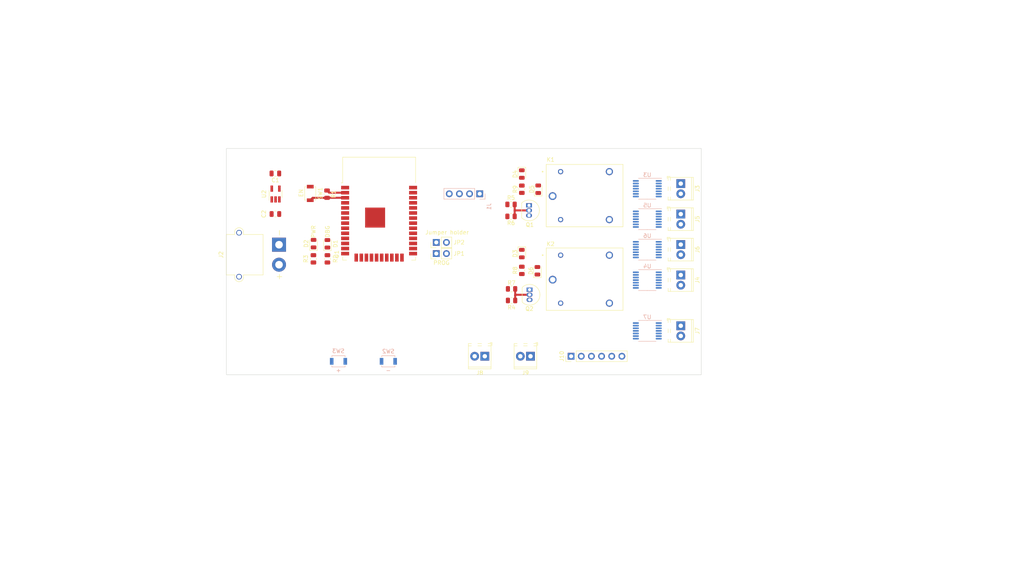
<source format=kicad_pcb>
(kicad_pcb (version 20211014) (generator pcbnew)
  (layers (0 "F.Cu" signal) (31 "B.Cu" signal) (34 "B.Paste" user) (35 "F.Paste" user) (36 "B.SilkS" user "B.Silkscreen") (37 "F.SilkS" user "F.Silkscreen") (38 "B.Mask" user) (39 "F.Mask" user) (44 "Edge.Cuts" user))
  (net 0 "")
  (net 1 "GND")
  (net 2 "+3V3")
  (net 13 "LED1")
  (net 14 "+3.3V")
  (net 15 "button-")
  (net 16 "button+")
  (net 19 "ESP32_RX")
  (net 20 "ESP32_TX")
  (net 22 "+12V")
  (net 23 "Earth")
  (net 24 "/Controller/EN")
  (net 25 "Net-(JP1-Pad1)")
  (net 26 "Net-(D1-Pad1)")
  (net 27 "Net-(D2-Pad1)")
  (net 28 "Net-(D3-Pad1)")
  (net 29 "Net-(D3-Pad2)")
  (net 30 "Net-(D4-Pad1)")
  (net 31 "Net-(D4-Pad2)")
  (net 34 "Relay1_conn")
  (net 35 "Relay2_conn")
  (net 36 "Relay2_CTRL")
  (net 37 "Relay1_CTRL")
  (net 38 "Relay2")
  (net 39 "Relay1")
  (net 40 "SDA")
  (net 41 "SCL")
  (net 42 "Net-(Q1-Pad2)")
  (net 43 "Net-(Q2-Pad2)")
  (net 52 "tank_thc_1+")
  (net 53 "thc1_cs")
  (net 54 "sck")
  (net 55 "miso")
  (net 56 "mosi")
  (net 58 "tank_thc_2+")
  (net 61 "thc2_cs")
  (net 63 "tank_thc_3+")
  (net 66 "thc3_cs")
  (net 68 "tank_thc_4+")
  (net 71 "thc4_cs")
  (net 73 "tank_thc_1-")
  (net 74 "tank_thc_2-")
  (net 75 "tank_thc_3-")
  (net 76 "tank_thc_4-")
  (net 77 "water_thc+")
  (net 78 "water_thc-")
  (net 81 "thc_water_cs")
  (net 83 "ext_cs")
  (footprint "Resistor_SMD:R_0805_2012Metric" (layer "F.Cu") (at 151.5 64.9 90)
    (fp_text reference "R9" (at 0 -1.65 90) (layer "F.SilkS"))
    (fp_text value "1k")
    (pad "1" smd roundrect (at -0.9125 0 90) (size 1.025 1.4) (layers "F.Cu" "F.Paste" "F.Mask") (roundrect_rratio 0.243902) (net 2 "+3V3"))
    (pad "2" smd roundrect (at 0.9125 0 90) (size 1.025 1.4) (layers "F.Cu" "F.Paste" "F.Mask") (roundrect_rratio 0.243902) (net 31 "Net-(D4-Pad2)"))
  )
  (footprint "Capacitor_SMD:C_0805_2012Metric" (layer "F.Cu") (at 89.85 60.96 180)
    (fp_text reference "C1" (at 0 -1.68) (layer "F.SilkS"))
    (fp_text value "C")
    (pad "1" smd roundrect (at -0.95 0 180) (size 1 1.45) (layers "F.Cu" "F.Paste" "F.Mask") (net 22 "+12V"))
    (pad "2" smd roundrect (at 0.95 0 180) (size 1 1.45) (layers "F.Cu" "F.Paste" "F.Mask") (net 1 "GND"))
  )
  (footprint "TerminalBlock_Phoenix:TerminalBlock_Phoenix_MPT-0,5-2-2.54_1x02_P2.54mm_Horizontal" (layer "F.Cu") (at 191.262 63.5 -90)
    (fp_text reference "J3" (at 1.27 -4.16 90) (layer "F.SilkS"))
    (fp_text value "Screw_Terminal_01x02")
    (pad "" np_thru_hole circle (at 0 2.54 270) (size 1.1 1.1) (drill 1.1) (layers *.Cu *.Mask))
    (pad "" np_thru_hole circle (at 2.54 2.54 270) (size 1.1 1.1) (drill 1.1) (layers *.Cu *.Mask))
    (pad "1" thru_hole rect (at 0 0 270) (size 2.2 2.2) (drill 1.1) (layers *.Cu *.Mask) (net 73 "tank_thc_1-"))
    (pad "2" thru_hole circle (at 2.54 0 270) (size 2.2 2.2) (drill 1.1) (layers *.Cu *.Mask) (net 52 "tank_thc_1+"))
  )
  (footprint "Resistor_SMD:R_0805_2012Metric" (layer "F.Cu") (at 148.935 89.83 180)
    (fp_text reference "R7" (at 0 1.5) (layer "F.SilkS"))
    (fp_text value "10k")
    (pad "1" smd roundrect (at -0.9125 0 180) (size 1.025 1.4) (layers "F.Cu" "F.Paste" "F.Mask") (roundrect_rratio 0.243902) (net 43 "Net-(Q2-Pad2)"))
    (pad "2" smd roundrect (at 0.9125 0 180) (size 1.025 1.4) (layers "F.Cu" "F.Paste" "F.Mask") (roundrect_rratio 0.243902) (net 1 "GND"))
  )
  (footprint "Resistor_SMD:R_0805_2012Metric" (layer "F.Cu") (at 99.37 82.3125 -90)
    (fp_text reference "R3" (at 0 1.9 90) (layer "F.SilkS"))
    (fp_text value "1k")
    (pad "1" smd roundrect (at -0.9125 0 270) (size 1.025 1.4) (layers "F.Cu" "F.Paste" "F.Mask") (roundrect_rratio 0.243902) (net 27 "Net-(D2-Pad1)"))
    (pad "2" smd roundrect (at 0.9125 0 270) (size 1.025 1.4) (layers "F.Cu" "F.Paste" "F.Mask") (roundrect_rratio 0.243902) (net 1 "GND"))
  )
  (footprint "SRD-12VDC-SL-C:RELAY_SRD-12VDC-SL-C" (layer "F.Cu") (at 167.3125 87.4)
    (fp_text reference "K2" (at -8.6125 -8.8) (layer "F.SilkS"))
    (fp_text value "SRD-12VDC-SL-C")
    (pad "COIL1" thru_hole circle locked (at -6.1 -6) (size 1.308 1.308) (drill 0.8) (layers *.Cu *.Mask) (net 22 "+12V"))
    (pad "COIL2" thru_hole circle locked (at -6.1 6) (size 1.308 1.308) (drill 0.8) (layers *.Cu *.Mask) (net 30 "Net-(D4-Pad1)"))
    (pad "COM" thru_hole circle locked (at -8.1 0.12) (size 1.95 1.95) (drill 1.3) (layers *.Cu *.Mask) (net 35 "Relay2_conn"))
    (pad "NC" thru_hole circle locked (at 6.1 -6) (size 1.8 1.8) (drill 1.2) (layers *.Cu *.Mask))
    (pad "NO" thru_hole circle locked (at 6.1 6) (size 1.8 1.8) (drill 1.2) (layers *.Cu *.Mask) (net 22 "+12V"))
  )
  (footprint "TerminalBlock_Phoenix:TerminalBlock_Phoenix_MPT-0,5-2-2.54_1x02_P2.54mm_Horizontal" (layer "F.Cu") (at 191.262 78.74 -90)
    (fp_text reference "J6" (at 1.27 -4.16 90) (layer "F.SilkS"))
    (fp_text value "Screw_Terminal_01x02")
    (pad "" np_thru_hole circle (at 0 2.54 270) (size 1.1 1.1) (drill 1.1) (layers *.Cu *.Mask))
    (pad "" np_thru_hole circle (at 2.54 2.54 270) (size 1.1 1.1) (drill 1.1) (layers *.Cu *.Mask))
    (pad "1" thru_hole rect (at 0 0 270) (size 2.2 2.2) (drill 1.1) (layers *.Cu *.Mask) (net 76 "tank_thc_4-"))
    (pad "2" thru_hole circle (at 2.54 0 270) (size 2.2 2.2) (drill 1.1) (layers *.Cu *.Mask) (net 68 "tank_thc_4+"))
  )
  (footprint "Connector_PinHeader_2.54mm:PinHeader_1x06_P2.54mm_Vertical" (layer "F.Cu") (at 163.83 106.68 90)
    (fp_text reference "J10" (at 0 -2.33 90) (layer "F.SilkS"))
    (fp_text value "Conn_01x06_Female")
    (pad "1" thru_hole rect (at 0 0 90) (size 1.7 1.7) (drill 1) (layers *.Cu *.Mask) (net 14 "+3.3V"))
    (pad "2" thru_hole oval (at 0 2.54 90) (size 1.7 1.7) (drill 1) (layers *.Cu *.Mask) (net 56 "mosi"))
    (pad "3" thru_hole oval (at 0 5.08 90) (size 1.7 1.7) (drill 1) (layers *.Cu *.Mask) (net 55 "miso"))
    (pad "4" thru_hole oval (at 0 7.62 90) (size 1.7 1.7) (drill 1) (layers *.Cu *.Mask) (net 54 "sck"))
    (pad "5" thru_hole oval (at 0 10.16 90) (size 1.7 1.7) (drill 1) (layers *.Cu *.Mask) (net 83 "ext_cs"))
    (pad "6" thru_hole oval (at 0 12.7 90) (size 1.7 1.7) (drill 1) (layers *.Cu *.Mask) (net 23 "Earth"))
  )
  (footprint "Package_TO_SOT_SMD:SOT-23-5_HandSoldering" (layer "F.Cu") (at 89.9 66.1 90)
    (fp_text reference "U2" (at 0 -2.9 90) (layer "F.SilkS"))
    (fp_text value "TLV76733DRVx")
    (pad "1" smd rect (at -1.35 -0.95 90) (size 1.56 0.65) (layers "F.Cu" "F.Paste" "F.Mask") (net 2 "+3V3"))
    (pad "2" smd rect (at -1.35 0 90) (size 1.56 0.65) (layers "F.Cu" "F.Paste" "F.Mask") (net 2 "+3V3"))
    (pad "3" smd rect (at -1.35 0.95 90) (size 1.56 0.65) (layers "F.Cu" "F.Paste" "F.Mask") (net 1 "GND"))
    (pad "4" smd rect (at 1.35 0.95 90) (size 1.56 0.65) (layers "F.Cu" "F.Paste" "F.Mask") (net 22 "+12V"))
    (pad "5" smd rect (at 1.35 -0.95 90) (size 1.56 0.65) (layers "F.Cu" "F.Paste" "F.Mask") (net 1 "GND"))
  )
  (footprint "Resistor_SMD:R_0805_2012Metric" (layer "F.Cu") (at 102.775 66.1375 -90)
    (fp_text reference "R1" (at 0 -1.65 90) (layer "F.SilkS"))
    (fp_text value "10k")
    (pad "1" smd roundrect (at -0.9125 0 270) (size 1.025 1.4) (layers "F.Cu" "F.Paste" "F.Mask") (roundrect_rratio 0.243902) (net 2 "+3V3"))
    (pad "2" smd roundrect (at 0.9125 0 270) (size 1.025 1.4) (layers "F.Cu" "F.Paste" "F.Mask") (roundrect_rratio 0.243902) (net 24 "/Controller/EN"))
  )
  (footprint "SRD-12VDC-SL-C:RELAY_SRD-12VDC-SL-C" (layer "F.Cu") (at 167.3 66.5)
    (fp_text reference "K1" (at -8.6 -9) (layer "F.SilkS"))
    (fp_text value "SRD-12VDC-SL-C")
    (pad "COIL1" thru_hole circle locked (at -6.1 -6) (size 1.308 1.308) (drill 0.8) (layers *.Cu *.Mask) (net 22 "+12V"))
    (pad "COIL2" thru_hole circle locked (at -6.1 6) (size 1.308 1.308) (drill 0.8) (layers *.Cu *.Mask) (net 28 "Net-(D3-Pad1)"))
    (pad "COM" thru_hole circle locked (at -8.1 0.12) (size 1.95 1.95) (drill 1.3) (layers *.Cu *.Mask) (net 34 "Relay1_conn"))
    (pad "NC" thru_hole circle locked (at 6.1 -6) (size 1.8 1.8) (drill 1.2) (layers *.Cu *.Mask))
    (pad "NO" thru_hole circle locked (at 6.1 6) (size 1.8 1.8) (drill 1.2) (layers *.Cu *.Mask) (net 22 "+12V"))
  )
  (footprint "TerminalBlock_Phoenix:TerminalBlock_Phoenix_MPT-0,5-2-2.54_1x02_P2.54mm_Horizontal" (layer "F.Cu") (at 191.262 71.12 -90)
    (fp_text reference "J5" (at 1.27 -4.16 90) (layer "F.SilkS"))
    (fp_text value "Screw_Terminal_01x02")
    (pad "" np_thru_hole circle (at 0 2.54 270) (size 1.1 1.1) (drill 1.1) (layers *.Cu *.Mask))
    (pad "" np_thru_hole circle (at 2.54 2.54 270) (size 1.1 1.1) (drill 1.1) (layers *.Cu *.Mask))
    (pad "1" thru_hole rect (at 0 0 270) (size 2.2 2.2) (drill 1.1) (layers *.Cu *.Mask) (net 75 "tank_thc_3-"))
    (pad "2" thru_hole circle (at 2.54 0 270) (size 2.2 2.2) (drill 1.1) (layers *.Cu *.Mask) (net 63 "tank_thc_3+"))
  )
  (footprint "TerminalBlock_Phoenix:TerminalBlock_Phoenix_MPT-0,5-2-2.54_1x02_P2.54mm_Horizontal" (layer "F.Cu") (at 142.24 106.68 180)
    (fp_text reference "J8" (at 1.27 -4.16) (layer "F.SilkS"))
    (fp_text value "Screw_Terminal_01x02")
    (pad "" np_thru_hole circle (at 2.54 2.54 180) (size 1.1 1.1) (drill 1.1) (layers *.Cu *.Mask))
    (pad "" np_thru_hole circle (at 0 2.54 180) (size 1.1 1.1) (drill 1.1) (layers *.Cu *.Mask))
    (pad "1" thru_hole rect (at 0 0 180) (size 2.2 2.2) (drill 1.1) (layers *.Cu *.Mask) (net 34 "Relay1_conn"))
    (pad "2" thru_hole circle (at 2.54 0 180) (size 2.2 2.2) (drill 1.1) (layers *.Cu *.Mask) (net 1 "GND"))
  )
  (footprint "Resistor_SMD:R_0805_2012Metric" (layer "F.Cu") (at 148.8 71.7 180)
    (fp_text reference "R6" (at 0 -1.65) (layer "F.SilkS"))
    (fp_text value "10k")
    (pad "1" smd roundrect (at -0.9125 0 180) (size 1.025 1.4) (layers "F.Cu" "F.Paste" "F.Mask") (roundrect_rratio 0.243902) (net 42 "Net-(Q1-Pad2)"))
    (pad "2" smd roundrect (at 0.9125 0 180) (size 1.025 1.4) (layers "F.Cu" "F.Paste" "F.Mask") (roundrect_rratio 0.243902) (net 1 "GND"))
  )
  (footprint "Connector_PinHeader_2.54mm:PinHeader_1x02_P2.54mm_Vertical" (layer "F.Cu") (at 130.1 78.2 90)
    (fp_text reference "JP2" (at 0 5.7) (layer "F.SilkS"))
    (fp_text value "Jumper_2_Open")
    (fp_text user "Jumper holder" (at 2.5 2.7 unlocked) (layer "F.SilkS"))
    (pad "1" thru_hole rect (at 0 0 90) (size 1.7 1.7) (drill 1) (layers *.Cu *.Mask))
    (pad "2" thru_hole oval (at 0 2.54 90) (size 1.7 1.7) (drill 1) (layers *.Cu *.Mask))
  )
  (footprint "Resistor_SMD:R_0805_2012Metric" (layer "F.Cu") (at 102.87 82.3125 -90)
    (fp_text reference "R2" (at 0 -2 90) (layer "F.SilkS"))
    (fp_text value "1k")
    (pad "1" smd roundrect (at -0.9125 0 270) (size 1.025 1.4) (layers "F.Cu" "F.Paste" "F.Mask") (roundrect_rratio 0.243902) (net 26 "Net-(D1-Pad1)"))
    (pad "2" smd roundrect (at 0.9125 0 270) (size 1.025 1.4) (layers "F.Cu" "F.Paste" "F.Mask") (roundrect_rratio 0.243902) (net 1 "GND"))
  )
  (footprint "LED_SMD:LED_0805_2012Metric" (layer "F.Cu") (at 151.5 61.1 -90)
    (fp_text reference "D4" (at 0 1.7 90) (layer "F.SilkS"))
    (fp_text value "LED")
    (pad "1" smd roundrect (at -0.9375 0 270) (size 0.975 1.4) (layers "F.Cu" "F.Paste" "F.Mask") (net 30 "Net-(D4-Pad1)"))
    (pad "2" smd roundrect (at 0.9375 0 270) (size 0.975 1.4) (layers "F.Cu" "F.Paste" "F.Mask") (net 31 "Net-(D4-Pad2)"))
  )
  (footprint "Connector_AMASS:AMASS_XT30PW-M_1x02_P2.50mm_Horizontal" (layer "F.Cu") (at 90.765 78.78 90)
    (fp_text reference "J2" (at -2.5 -14.5 90) (layer "F.SilkS"))
    (fp_text value "Jack-DC")
    (fp_text user "-" (at 3 0 90) (layer "F.SilkS") (effects (font (size 1.5 1.5))))
    (fp_text user "+" (at -8 0 90) (layer "F.SilkS") (effects (font (size 1.5 1.5))))
    (pad "" thru_hole circle (at 3 -10 90) (size 1.4 1.4) (drill 1) (layers *.Cu *.Mask))
    (pad "" thru_hole circle (at -8 -10 90) (size 1.4 1.4) (drill 1) (layers *.Cu *.Mask))
    (pad "1" thru_hole rect (at 0 0 90) (size 3.5 3.5) (drill 1.9) (layers *.Cu *.Mask) (net 1 "GND"))
    (pad "2" thru_hole circle (at -5 0 90) (size 3.5 3.5) (drill 1.9) (layers *.Cu *.Mask) (net 22 "+12V"))
  )
  (footprint "TerminalBlock_Phoenix:TerminalBlock_Phoenix_MPT-0,5-2-2.54_1x02_P2.54mm_Horizontal" (layer "F.Cu") (at 191.262 86.36 -90)
    (fp_text reference "J4" (at 1.27 -4.16 90) (layer "F.SilkS"))
    (fp_text value "Screw_Terminal_01x02")
    (pad "" np_thru_hole circle (at 2.54 2.54 270) (size 1.1 1.1) (drill 1.1) (layers *.Cu *.Mask))
    (pad "" np_thru_hole circle (at 0 2.54 270) (size 1.1 1.1) (drill 1.1) (layers *.Cu *.Mask))
    (pad "1" thru_hole rect (at 0 0 270) (size 2.2 2.2) (drill 1.1) (layers *.Cu *.Mask) (net 74 "tank_thc_2-"))
    (pad "2" thru_hole circle (at 2.54 0 270) (size 2.2 2.2) (drill 1.1) (layers *.Cu *.Mask) (net 58 "tank_thc_2+"))
  )
  (footprint "Diode_SMD:D_0805_2012Metric" (layer "F.Cu") (at 155.6 64.9 90)
    (fp_text reference "D5" (at 0 -1.65 90) (layer "F.SilkS"))
    (fp_text value "DIODE")
    (pad "1" smd roundrect (at -0.9375 0 90) (size 0.975 1.4) (layers "F.Cu" "F.Paste" "F.Mask") (net 28 "Net-(D3-Pad1)"))
    (pad "2" smd roundrect (at 0.9375 0 90) (size 0.975 1.4) (layers "F.Cu" "F.Paste" "F.Mask") (net 22 "+12V"))
  )
  (footprint "Button_Switch_SMD:SW_SPST_B3U-1000P" (layer "F.Cu") (at 98.575 65.95 -90)
    (fp_text reference "SW1" (at 0 -2.5 90) (layer "F.SilkS"))
    (fp_text value "SW_Push")
    (fp_text user "EN" (at -0.1 2.3 90 unlocked) (layer "F.SilkS"))
    (pad "1" smd rect (at -1.7 0 270) (size 0.9 1.7) (layers "F.Cu" "F.Paste" "F.Mask") (net 1 "GND"))
    (pad "2" smd rect (at 1.7 0 270) (size 0.9 1.7) (layers "F.Cu" "F.Paste" "F.Mask") (net 24 "/Controller/EN"))
  )
  (footprint "Connector_PinHeader_2.54mm:PinHeader_1x02_P2.54mm_Vertical" (layer "F.Cu") (at 130.1 81 90)
    (fp_text reference "JP1" (at 0 5.7) (layer "F.SilkS"))
    (fp_text value "Jumper_2_Open")
    (fp_text user "PROG" (at -2.3 1.3 unlocked) (layer "F.SilkS"))
    (pad "1" thru_hole rect (at 0 0 90) (size 1.7 1.7) (drill 1) (layers *.Cu *.Mask) (net 25 "Net-(JP1-Pad1)"))
    (pad "2" thru_hole oval (at 0 2.54 90) (size 1.7 1.7) (drill 1) (layers *.Cu *.Mask) (net 1 "GND"))
  )
  (footprint "Capacitor_SMD:C_0805_2012Metric" (layer "F.Cu") (at 89.86 71.1)
    (fp_text reference "C2" (at -2.9 0 90) (layer "F.SilkS"))
    (fp_text value "C")
    (pad "1" smd roundrect (at -0.95 0) (size 1 1.45) (layers "F.Cu" "F.Paste" "F.Mask") (net 2 "+3V3"))
    (pad "2" smd roundrect (at 0.95 0) (size 1 1.45) (layers "F.Cu" "F.Paste" "F.Mask") (net 1 "GND"))
  )
  (footprint "LED_SMD:LED_0805_2012Metric" (layer "F.Cu") (at 102.87 78.55 90)
    (fp_text reference "D1" (at 0 2 90) (layer "F.SilkS"))
    (fp_text value "LED")
    (fp_text user "DBG" (at 3.05 0.025 90 unlocked) (layer "F.SilkS"))
    (pad "1" smd roundrect (at -0.9375 0 90) (size 0.975 1.4) (layers "F.Cu" "F.Paste" "F.Mask") (net 26 "Net-(D1-Pad1)"))
    (pad "2" smd roundrect (at 0.9375 0 90) (size 0.975 1.4) (layers "F.Cu" "F.Paste" "F.Mask") (net 13 "LED1"))
  )
  (footprint "Package_TO_SOT_THT:TO-92_Inline" (layer "F.Cu") (at 153.435 90.03 -90)
    (fp_text reference "Q2" (at 4.77 0.035 180) (layer "F.SilkS"))
    (fp_text value "BC547")
    (pad "1" thru_hole rect (at 0 0 270) (size 1.05 1.5) (drill 0.75) (layers *.Cu *.Mask) (net 30 "Net-(D4-Pad1)"))
    (pad "2" thru_hole oval (at 1.27 0 270) (size 1.05 1.5) (drill 0.75) (layers *.Cu *.Mask) (net 43 "Net-(Q2-Pad2)"))
    (pad "3" thru_hole oval (at 2.54 0 270) (size 1.05 1.5) (drill 0.75) (layers *.Cu *.Mask) (net 1 "GND"))
  )
  (footprint "RF_Module:ESP32-WROOM-32" (layer "F.Cu") (at 115.8 72.75)
    (fp_text reference "U1" (at -10.61 8.43 90) (layer "F.SilkS"))
    (fp_text value "ESP32-WROOM-32")
    (pad "1" smd rect (at -8.5 -8.255) (size 2 0.9) (layers "F.Cu" "F.Paste" "F.Mask") (net 1 "GND"))
    (pad "2" smd rect (at -8.5 -6.985) (size 2 0.9) (layers "F.Cu" "F.Paste" "F.Mask") (net 2 "+3V3"))
    (pad "3" smd rect (at -8.5 -5.715) (size 2 0.9) (layers "F.Cu" "F.Paste" "F.Mask") (net 24 "/Controller/EN"))
    (pad "4" smd rect (at -8.5 -4.445) (size 2 0.9) (layers "F.Cu" "F.Paste" "F.Mask"))
    (pad "5" smd rect (at -8.5 -3.175) (size 2 0.9) (layers "F.Cu" "F.Paste" "F.Mask"))
    (pad "6" smd rect (at -8.5 -1.905) (size 2 0.9) (layers "F.Cu" "F.Paste" "F.Mask"))
    (pad "7" smd rect (at -8.5 -0.635) (size 2 0.9) (layers "F.Cu" "F.Paste" "F.Mask"))
    (pad "8" smd rect (at -8.5 0.635) (size 2 0.9) (layers "F.Cu" "F.Paste" "F.Mask") (net 81 "thc_water_cs"))
    (pad "9" smd rect (at -8.5 1.905) (size 2 0.9) (layers "F.Cu" "F.Paste" "F.Mask") (net 13 "LED1"))
    (pad "10" smd rect (at -8.5 3.175) (size 2 0.9) (layers "F.Cu" "F.Paste" "F.Mask") (net 15 "button-"))
    (pad "11" smd rect (at -8.5 4.445) (size 2 0.9) (layers "F.Cu" "F.Paste" "F.Mask") (net 16 "button+"))
    (pad "12" smd rect (at -8.5 5.715) (size 2 0.9) (layers "F.Cu" "F.Paste" "F.Mask"))
    (pad "13" smd rect (at -8.5 6.985) (size 2 0.9) (layers "F.Cu" "F.Paste" "F.Mask") (net 38 "Relay2"))
    (pad "14" smd rect (at -8.5 8.255) (size 2 0.9) (layers "F.Cu" "F.Paste" "F.Mask"))
    (pad "15" smd rect (at -5.715 9.255 90) (size 2 0.9) (layers "F.Cu" "F.Paste" "F.Mask") (net 1 "GND"))
    (pad "16" smd rect (at -4.445 9.255 90) (size 2 0.9) (layers "F.Cu" "F.Paste" "F.Mask") (net 39 "Relay1"))
    (pad "17" smd rect (at -3.175 9.255 90) (size 2 0.9) (layers "F.Cu" "F.Paste" "F.Mask"))
    (pad "18" smd rect (at -1.905 9.255 90) (size 2 0.9) (layers "F.Cu" "F.Paste" "F.Mask"))
    (pad "19" smd rect (at -0.635 9.255 90) (size 2 0.9) (layers "F.Cu" "F.Paste" "F.Mask"))
    (pad "20" smd rect (at 0.635 9.255 90) (size 2 0.9) (layers "F.Cu" "F.Paste" "F.Mask"))
    (pad "21" smd rect (at 1.905 9.255 90) (size 2 0.9) (layers "F.Cu" "F.Paste" "F.Mask"))
    (pad "22" smd rect (at 3.175 9.255 90) (size 2 0.9) (layers "F.Cu" "F.Paste" "F.Mask"))
    (pad "23" smd rect (at 4.445 9.255 90) (size 2 0.9) (layers "F.Cu" "F.Paste" "F.Mask"))
    (pad "24" smd rect (at 5.715 9.255 90) (size 2 0.9) (layers "F.Cu" "F.Paste" "F.Mask"))
    (pad "25" smd rect (at 8.5 8.255) (size 2 0.9) (layers "F.Cu" "F.Paste" "F.Mask") (net 25 "Net-(JP1-Pad1)"))
    (pad "26" smd rect (at 8.5 6.985) (size 2 0.9) (layers "F.Cu" "F.Paste" "F.Mask") (net 53 "thc1_cs"))
    (pad "27" smd rect (at 8.5 5.715) (size 2 0.9) (layers "F.Cu" "F.Paste" "F.Mask") (net 61 "thc2_cs"))
    (pad "28" smd rect (at 8.5 4.445) (size 2 0.9) (layers "F.Cu" "F.Paste" "F.Mask") (net 66 "thc3_cs"))
    (pad "29" smd rect (at 8.5 3.175) (size 2 0.9) (layers "F.Cu" "F.Paste" "F.Mask") (net 71 "thc4_cs"))
    (pad "30" smd rect (at 8.5 1.905) (size 2 0.9) (layers "F.Cu" "F.Paste" "F.Mask") (net 54 "sck"))
    (pad "31" smd rect (at 8.5 0.635) (size 2 0.9) (layers "F.Cu" "F.Paste" "F.Mask") (net 55 "miso"))
    (pad "32" smd rect (at 8.5 -0.635) (size 2 0.9) (layers "F.Cu" "F.Paste" "F.Mask"))
    (pad "33" smd rect (at 8.5 -1.905) (size 2 0.9) (layers "F.Cu" "F.Paste" "F.Mask"))
    (pad "34" smd rect (at 8.5 -3.175) (size 2 0.9) (layers "F.Cu" "F.Paste" "F.Mask") (net 19 "ESP32_RX"))
    (pad "35" smd rect (at 8.5 -4.445) (size 2 0.9) (layers "F.Cu" "F.Paste" "F.Mask") (net 20 "ESP32_TX"))
    (pad "36" smd rect (at 8.5 -5.715) (size 2 0.9) (layers "F.Cu" "F.Paste" "F.Mask"))
    (pad "37" smd rect (at 8.5 -6.985) (size 2 0.9) (layers "F.Cu" "F.Paste" "F.Mask") (net 56 "mosi"))
    (pad "38" smd rect (at 8.5 -8.255) (size 2 0.9) (layers "F.Cu" "F.Paste" "F.Mask") (net 1 "GND"))
    (pad "39" smd rect (at -1 -0.755) (size 5 5) (layers "F.Cu" "F.Paste" "F.Mask") (net 1 "GND"))
  )
  (footprint "TerminalBlock_Phoenix:TerminalBlock_Phoenix_MPT-0,5-2-2.54_1x02_P2.54mm_Horizontal" (layer "F.Cu") (at 191.262 99.06 -90)
    (fp_text reference "J7" (at 1.27 -4.16 90) (layer "F.SilkS"))
    (fp_text value "Screw_Terminal_01x02")
    (pad "" np_thru_hole circle (at 2.54 2.54 270) (size 1.1 1.1) (drill 1.1) (layers *.Cu *.Mask))
    (pad "" np_thru_hole circle (at 0 2.54 270) (size 1.1 1.1) (drill 1.1) (layers *.Cu *.Mask))
    (pad "1" thru_hole rect (at 0 0 270) (size 2.2 2.2) (drill 1.1) (layers *.Cu *.Mask) (net 78 "water_thc-"))
    (pad "2" thru_hole circle (at 2.54 0 270) (size 2.2 2.2) (drill 1.1) (layers *.Cu *.Mask) (net 77 "water_thc+"))
  )
  (footprint "LED_SMD:LED_0805_2012Metric" (layer "F.Cu") (at 151.5 81 -90)
    (fp_text reference "D3" (at 0 1.7 90) (layer "F.SilkS"))
    (fp_text value "LED")
    (pad "1" smd roundrect (at -0.9375 0 270) (size 0.975 1.4) (layers "F.Cu" "F.Paste" "F.Mask") (net 28 "Net-(D3-Pad1)"))
    (pad "2" smd roundrect (at 0.9375 0 270) (size 0.975 1.4) (layers "F.Cu" "F.Paste" "F.Mask") (net 29 "Net-(D3-Pad2)"))
  )
  (footprint "Package_TO_SOT_THT:TO-92_Inline" (layer "F.Cu") (at 153.3 68.93 -90)
    (fp_text reference "Q1" (at 4.87 -0.2 180) (layer "F.SilkS"))
    (fp_text value "BC547")
    (pad "1" thru_hole rect (at 0 0 270) (size 1.05 1.5) (drill 0.75) (layers *.Cu *.Mask) (net 28 "Net-(D3-Pad1)"))
    (pad "2" thru_hole oval (at 1.27 0 270) (size 1.05 1.5) (drill 0.75) (layers *.Cu *.Mask) (net 42 "Net-(Q1-Pad2)"))
    (pad "3" thru_hole oval (at 2.54 0 270) (size 1.05 1.5) (drill 0.75) (layers *.Cu *.Mask) (net 1 "GND"))
  )
  (footprint "Diode_SMD:D_0805_2012Metric" (layer "F.Cu") (at 155.4 85.3 90)
    (fp_text reference "D6" (at 0 -1.65 90) (layer "F.SilkS"))
    (fp_text value "DIODE")
    (pad "1" smd roundrect (at -0.9375 0 90) (size 0.975 1.4) (layers "F.Cu" "F.Paste" "F.Mask") (net 30 "Net-(D4-Pad1)"))
    (pad "2" smd roundrect (at 0.9375 0 90) (size 0.975 1.4) (layers "F.Cu" "F.Paste" "F.Mask") (net 22 "+12V"))
  )
  (footprint "Resistor_SMD:R_0805_2012Metric" (layer "F.Cu") (at 151.5 85.2 90)
    (fp_text reference "R8" (at 0 -1.65 90) (layer "F.SilkS"))
    (fp_text value "1k")
    (pad "1" smd roundrect (at -0.9125 0 90) (size 1.025 1.4) (layers "F.Cu" "F.Paste" "F.Mask") (roundrect_rratio 0.243902) (net 2 "+3V3"))
    (pad "2" smd roundrect (at 0.9125 0 90) (size 1.025 1.4) (layers "F.Cu" "F.Paste" "F.Mask") (roundrect_rratio 0.243902) (net 29 "Net-(D3-Pad2)"))
  )
  (footprint "Resistor_SMD:R_0805_2012Metric" (layer "F.Cu") (at 148.8 68.7)
    (fp_text reference "R5" (at 0 -1.65) (layer "F.SilkS"))
    (fp_text value "1k")
    (pad "1" smd roundrect (at -0.9125 0) (size 1.025 1.4) (layers "F.Cu" "F.Paste" "F.Mask") (roundrect_rratio 0.243902) (net 37 "Relay1_CTRL"))
    (pad "2" smd roundrect (at 0.9125 0) (size 1.025 1.4) (layers "F.Cu" "F.Paste" "F.Mask") (roundrect_rratio 0.243902) (net 42 "Net-(Q1-Pad2)"))
  )
  (footprint "Resistor_SMD:R_0805_2012Metric" (layer "F.Cu") (at 148.935 92.73)
    (fp_text reference "R4" (at 0 1.74) (layer "F.SilkS"))
    (fp_text value "1k")
    (pad "1" smd roundrect (at -0.9125 0) (size 1.025 1.4) (layers "F.Cu" "F.Paste" "F.Mask") (roundrect_rratio 0.243902) (net 36 "Relay2_CTRL"))
    (pad "2" smd roundrect (at 0.9125 0) (size 1.025 1.4) (layers "F.Cu" "F.Paste" "F.Mask") (roundrect_rratio 0.243902) (net 43 "Net-(Q2-Pad2)"))
  )
  (footprint "TerminalBlock_Phoenix:TerminalBlock_Phoenix_MPT-0,5-2-2.54_1x02_P2.54mm_Horizontal" (layer "F.Cu") (at 153.67 106.68 180)
    (fp_text reference "J9" (at 1.27 -4.16) (layer "F.SilkS"))
    (fp_text value "Screw_Terminal_01x02")
    (pad "" np_thru_hole circle (at 0 2.54 180) (size 1.1 1.1) (drill 1.1) (layers *.Cu *.Mask))
    (pad "" np_thru_hole circle (at 2.54 2.54 180) (size 1.1 1.1) (drill 1.1) (layers *.Cu *.Mask))
    (pad "1" thru_hole rect (at 0 0 180) (size 2.2 2.2) (drill 1.1) (layers *.Cu *.Mask) (net 35 "Relay2_conn"))
    (pad "2" thru_hole circle (at 2.54 0 180) (size 2.2 2.2) (drill 1.1) (layers *.Cu *.Mask) (net 1 "GND"))
  )
  (footprint "LED_SMD:LED_0805_2012Metric" (layer "F.Cu") (at 99.4075 78.5125 90)
    (fp_text reference "D2" (at 0 -1.85 90) (layer "F.SilkS"))
    (fp_text value "LED")
    (fp_text user "PWR" (at 3.0125 -0.0125 90 unlocked) (layer "F.SilkS"))
    (pad "1" smd roundrect (at -0.9375 0 90) (size 0.975 1.4) (layers "F.Cu" "F.Paste" "F.Mask") (net 27 "Net-(D2-Pad1)"))
    (pad "2" smd roundrect (at 0.9375 0 90) (size 0.975 1.4) (layers "F.Cu" "F.Paste" "F.Mask") (net 2 "+3V3"))
  )
  (footprint "Package_SO:TSSOP-14_4.4x5mm_P0.65mm" (layer "B.Cu") (at 182.88 87.63 180)
    (fp_text reference "U4" (at 0 3.45) (layer "B.SilkS") (effects (justify mirror)))
    (fp_text value "MAX31856")
    (pad "1" smd roundrect (at -2.8625 1.95 180) (size 1.475 0.4) (layers "B.Cu" "B.Paste" "B.Mask") (net 23 "Earth"))
    (pad "2" smd roundrect (at -2.8625 1.3 180) (size 1.475 0.4) (layers "B.Cu" "B.Paste" "B.Mask") (net 23 "Earth"))
    (pad "3" smd roundrect (at -2.8625 0.65 180) (size 1.475 0.4) (layers "B.Cu" "B.Paste" "B.Mask") (net 74 "tank_thc_2-"))
    (pad "4" smd roundrect (at -2.8625 0 180) (size 1.475 0.4) (layers "B.Cu" "B.Paste" "B.Mask") (net 58 "tank_thc_2+"))
    (pad "5" smd roundrect (at -2.8625 -0.65 180) (size 1.475 0.4) (layers "B.Cu" "B.Paste" "B.Mask") (net 14 "+3.3V"))
    (pad "6" smd roundrect (at -2.8625 -1.3 180) (size 1.475 0.4) (layers "B.Cu" "B.Paste" "B.Mask"))
    (pad "7" smd roundrect (at -2.8625 -1.95 180) (size 1.475 0.4) (layers "B.Cu" "B.Paste" "B.Mask"))
    (pad "8" smd roundrect (at 2.8625 -1.95 180) (size 1.475 0.4) (layers "B.Cu" "B.Paste" "B.Mask") (net 14 "+3.3V"))
    (pad "9" smd roundrect (at 2.8625 -1.3 180) (size 1.475 0.4) (layers "B.Cu" "B.Paste" "B.Mask") (net 61 "thc2_cs"))
    (pad "10" smd roundrect (at 2.8625 -0.65 180) (size 1.475 0.4) (layers "B.Cu" "B.Paste" "B.Mask") (net 54 "sck"))
    (pad "11" smd roundrect (at 2.8625 0 180) (size 1.475 0.4) (layers "B.Cu" "B.Paste" "B.Mask") (net 55 "miso"))
    (pad "12" smd roundrect (at 2.8625 0.65 180) (size 1.475 0.4) (layers "B.Cu" "B.Paste" "B.Mask") (net 56 "mosi"))
    (pad "13" smd roundrect (at 2.8625 1.3 180) (size 1.475 0.4) (layers "B.Cu" "B.Paste" "B.Mask"))
    (pad "14" smd roundrect (at 2.8625 1.95 180) (size 1.475 0.4) (layers "B.Cu" "B.Paste" "B.Mask") (net 23 "Earth"))
  )
  (footprint "Package_SO:TSSOP-14_4.4x5mm_P0.65mm" (layer "B.Cu") (at 182.88 72.39 180)
    (fp_text reference "U5" (at 0 3.45) (layer "B.SilkS") (effects (justify mirror)))
    (fp_text value "MAX31856")
    (pad "1" smd roundrect (at -2.8625 1.95 180) (size 1.475 0.4) (layers "B.Cu" "B.Paste" "B.Mask") (net 23 "Earth"))
    (pad "2" smd roundrect (at -2.8625 1.3 180) (size 1.475 0.4) (layers "B.Cu" "B.Paste" "B.Mask") (net 23 "Earth"))
    (pad "3" smd roundrect (at -2.8625 0.65 180) (size 1.475 0.4) (layers "B.Cu" "B.Paste" "B.Mask") (net 75 "tank_thc_3-"))
    (pad "4" smd roundrect (at -2.8625 0 180) (size 1.475 0.4) (layers "B.Cu" "B.Paste" "B.Mask") (net 63 "tank_thc_3+"))
    (pad "5" smd roundrect (at -2.8625 -0.65 180) (size 1.475 0.4) (layers "B.Cu" "B.Paste" "B.Mask") (net 14 "+3.3V"))
    (pad "6" smd roundrect (at -2.8625 -1.3 180) (size 1.475 0.4) (layers "B.Cu" "B.Paste" "B.Mask"))
    (pad "7" smd roundrect (at -2.8625 -1.95 180) (size 1.475 0.4) (layers "B.Cu" "B.Paste" "B.Mask"))
    (pad "8" smd roundrect (at 2.8625 -1.95 180) (size 1.475 0.4) (layers "B.Cu" "B.Paste" "B.Mask") (net 14 "+3.3V"))
    (pad "9" smd roundrect (at 2.8625 -1.3 180) (size 1.475 0.4) (layers "B.Cu" "B.Paste" "B.Mask") (net 66 "thc3_cs"))
    (pad "10" smd roundrect (at 2.8625 -0.65 180) (size 1.475 0.4) (layers "B.Cu" "B.Paste" "B.Mask") (net 54 "sck"))
    (pad "11" smd roundrect (at 2.8625 0 180) (size 1.475 0.4) (layers "B.Cu" "B.Paste" "B.Mask") (net 55 "miso"))
    (pad "12" smd roundrect (at 2.8625 0.65 180) (size 1.475 0.4) (layers "B.Cu" "B.Paste" "B.Mask") (net 56 "mosi"))
    (pad "13" smd roundrect (at 2.8625 1.3 180) (size 1.475 0.4) (layers "B.Cu" "B.Paste" "B.Mask"))
    (pad "14" smd roundrect (at 2.8625 1.95 180) (size 1.475 0.4) (layers "B.Cu" "B.Paste" "B.Mask") (net 23 "Earth"))
  )
  (footprint "Package_SO:TSSOP-14_4.4x5mm_P0.65mm" (layer "B.Cu") (at 182.88 80.01 180)
    (fp_text reference "U6" (at 0 3.45) (layer "B.SilkS") (effects (justify mirror)))
    (fp_text value "MAX31856")
    (pad "1" smd roundrect (at -2.8625 1.95 180) (size 1.475 0.4) (layers "B.Cu" "B.Paste" "B.Mask") (net 23 "Earth"))
    (pad "2" smd roundrect (at -2.8625 1.3 180) (size 1.475 0.4) (layers "B.Cu" "B.Paste" "B.Mask") (net 23 "Earth"))
    (pad "3" smd roundrect (at -2.8625 0.65 180) (size 1.475 0.4) (layers "B.Cu" "B.Paste" "B.Mask") (net 76 "tank_thc_4-"))
    (pad "4" smd roundrect (at -2.8625 0 180) (size 1.475 0.4) (layers "B.Cu" "B.Paste" "B.Mask") (net 68 "tank_thc_4+"))
    (pad "5" smd roundrect (at -2.8625 -0.65 180) (size 1.475 0.4) (layers "B.Cu" "B.Paste" "B.Mask") (net 14 "+3.3V"))
    (pad "6" smd roundrect (at -2.8625 -1.3 180) (size 1.475 0.4) (layers "B.Cu" "B.Paste" "B.Mask"))
    (pad "7" smd roundrect (at -2.8625 -1.95 180) (size 1.475 0.4) (layers "B.Cu" "B.Paste" "B.Mask"))
    (pad "8" smd roundrect (at 2.8625 -1.95 180) (size 1.475 0.4) (layers "B.Cu" "B.Paste" "B.Mask") (net 14 "+3.3V"))
    (pad "9" smd roundrect (at 2.8625 -1.3 180) (size 1.475 0.4) (layers "B.Cu" "B.Paste" "B.Mask") (net 71 "thc4_cs"))
    (pad "10" smd roundrect (at 2.8625 -0.65 180) (size 1.475 0.4) (layers "B.Cu" "B.Paste" "B.Mask") (net 54 "sck"))
    (pad "11" smd roundrect (at 2.8625 0 180) (size 1.475 0.4) (layers "B.Cu" "B.Paste" "B.Mask") (net 55 "miso"))
    (pad "12" smd roundrect (at 2.8625 0.65 180) (size 1.475 0.4) (layers "B.Cu" "B.Paste" "B.Mask") (net 56 "mosi"))
    (pad "13" smd roundrect (at 2.8625 1.3 180) (size 1.475 0.4) (layers "B.Cu" "B.Paste" "B.Mask"))
    (pad "14" smd roundrect (at 2.8625 1.95 180) (size 1.475 0.4) (layers "B.Cu" "B.Paste" "B.Mask") (net 23 "Earth"))
  )
  (footprint "Button_Switch_SMD:SW_SPST_B3U-1000P" (layer "B.Cu") (at 105.64 107.95 180)
    (fp_text reference "SW3" (at 0.025 2.575) (layer "B.SilkS") (effects (justify mirror)))
    (fp_text value "SW_Push")
    (fp_text user "+" (at 0 -2.4 180 unlocked) (layer "B.SilkS") (effects (justify mirror)))
    (pad "1" smd rect (at -1.7 0 180) (size 0.9 1.7) (layers "B.Cu" "B.Paste" "B.Mask") (net 16 "button+"))
    (pad "2" smd rect (at 1.7 0 180) (size 0.9 1.7) (layers "B.Cu" "B.Paste" "B.Mask") (net 2 "+3V3"))
  )
  (footprint "Connector_PinHeader_2.54mm:PinHeader_1x04_P2.54mm_Vertical" (layer "B.Cu") (at 140.97 66.04 90)
    (fp_text reference "J1" (at -3.2 2.33 90) (layer "B.SilkS") (effects (justify mirror)))
    (fp_text value "Conn_01x04_Female")
    (pad "1" thru_hole rect (at 0 0 90) (size 1.7 1.7) (drill 1) (layers *.Cu *.Mask) (net 2 "+3V3"))
    (pad "2" thru_hole oval (at 0 -2.54 90) (size 1.7 1.7) (drill 1) (layers *.Cu *.Mask) (net 40 "SDA"))
    (pad "3" thru_hole oval (at 0 -5.08 90) (size 1.7 1.7) (drill 1) (layers *.Cu *.Mask) (net 41 "SCL"))
    (pad "4" thru_hole oval (at 0 -7.62 90) (size 1.7 1.7) (drill 1) (layers *.Cu *.Mask) (net 1 "GND"))
  )
  (footprint "Button_Switch_SMD:SW_SPST_B3U-1000P" (layer "B.Cu") (at 118.11 107.95 180)
    (fp_text reference "SW2" (at 0 2.5) (layer "B.SilkS") (effects (justify mirror)))
    (fp_text value "SW_Push")
    (fp_text user "-" (at 0 -2.4 180 unlocked) (layer "B.SilkS") (effects (justify mirror)))
    (pad "1" smd rect (at -1.7 0 180) (size 0.9 1.7) (layers "B.Cu" "B.Paste" "B.Mask") (net 15 "button-"))
    (pad "2" smd rect (at 1.7 0 180) (size 0.9 1.7) (layers "B.Cu" "B.Paste" "B.Mask") (net 2 "+3V3"))
  )
  (footprint "Package_SO:TSSOP-14_4.4x5mm_P0.65mm" (layer "B.Cu") (at 182.88 100.33 180)
    (fp_text reference "U7" (at 0 3.45) (layer "B.SilkS") (effects (justify mirror)))
    (fp_text value "MAX31856")
    (pad "1" smd roundrect (at -2.8625 1.95 180) (size 1.475 0.4) (layers "B.Cu" "B.Paste" "B.Mask") (net 23 "Earth"))
    (pad "2" smd roundrect (at -2.8625 1.3 180) (size 1.475 0.4) (layers "B.Cu" "B.Paste" "B.Mask") (net 23 "Earth"))
    (pad "3" smd roundrect (at -2.8625 0.65 180) (size 1.475 0.4) (layers "B.Cu" "B.Paste" "B.Mask") (net 78 "water_thc-"))
    (pad "4" smd roundrect (at -2.8625 0 180) (size 1.475 0.4) (layers "B.Cu" "B.Paste" "B.Mask") (net 77 "water_thc+"))
    (pad "5" smd roundrect (at -2.8625 -0.65 180) (size 1.475 0.4) (layers "B.Cu" "B.Paste" "B.Mask") (net 14 "+3.3V"))
    (pad "6" smd roundrect (at -2.8625 -1.3 180) (size 1.475 0.4) (layers "B.Cu" "B.Paste" "B.Mask"))
    (pad "7" smd roundrect (at -2.8625 -1.95 180) (size 1.475 0.4) (layers "B.Cu" "B.Paste" "B.Mask"))
    (pad "8" smd roundrect (at 2.8625 -1.95 180) (size 1.475 0.4) (layers "B.Cu" "B.Paste" "B.Mask") (net 14 "+3.3V"))
    (pad "9" smd roundrect (at 2.8625 -1.3 180) (size 1.475 0.4) (layers "B.Cu" "B.Paste" "B.Mask") (net 81 "thc_water_cs"))
    (pad "10" smd roundrect (at 2.8625 -0.65 180) (size 1.475 0.4) (layers "B.Cu" "B.Paste" "B.Mask") (net 54 "sck"))
    (pad "11" smd roundrect (at 2.8625 0 180) (size 1.475 0.4) (layers "B.Cu" "B.Paste" "B.Mask") (net 55 "miso"))
    (pad "12" smd roundrect (at 2.8625 0.65 180) (size 1.475 0.4) (layers "B.Cu" "B.Paste" "B.Mask") (net 56 "mosi"))
    (pad "13" smd roundrect (at 2.8625 1.3 180) (size 1.475 0.4) (layers "B.Cu" "B.Paste" "B.Mask"))
    (pad "14" smd roundrect (at 2.8625 1.95 180) (size 1.475 0.4) (layers "B.Cu" "B.Paste" "B.Mask") (net 23 "Earth"))
  )
  (footprint "Package_SO:TSSOP-14_4.4x5mm_P0.65mm" (layer "B.Cu") (at 182.88 64.77 180)
    (fp_text reference "U3" (at 0 3.45) (layer "B.SilkS") (effects (justify mirror)))
    (fp_text value "MAX31856")
    (pad "1" smd roundrect (at -2.8625 1.95 180) (size 1.475 0.4) (layers "B.Cu" "B.Paste" "B.Mask") (net 23 "Earth"))
    (pad "2" smd roundrect (at -2.8625 1.3 180) (size 1.475 0.4) (layers "B.Cu" "B.Paste" "B.Mask") (net 23 "Earth"))
    (pad "3" smd roundrect (at -2.8625 0.65 180) (size 1.475 0.4) (layers "B.Cu" "B.Paste" "B.Mask") (net 73 "tank_thc_1-"))
    (pad "4" smd roundrect (at -2.8625 0 180) (size 1.475 0.4) (layers "B.Cu" "B.Paste" "B.Mask") (net 52 "tank_thc_1+"))
    (pad "5" smd roundrect (at -2.8625 -0.65 180) (size 1.475 0.4) (layers "B.Cu" "B.Paste" "B.Mask") (net 14 "+3.3V"))
    (pad "6" smd roundrect (at -2.8625 -1.3 180) (size 1.475 0.4) (layers "B.Cu" "B.Paste" "B.Mask"))
    (pad "7" smd roundrect (at -2.8625 -1.95 180) (size 1.475 0.4) (layers "B.Cu" "B.Paste" "B.Mask"))
    (pad "8" smd roundrect (at 2.8625 -1.95 180) (size 1.475 0.4) (layers "B.Cu" "B.Paste" "B.Mask") (net 14 "+3.3V"))
    (pad "9" smd roundrect (at 2.8625 -1.3 180) (size 1.475 0.4) (layers "B.Cu" "B.Paste" "B.Mask") (net 53 "thc1_cs"))
    (pad "10" smd roundrect (at 2.8625 -0.65 180) (size 1.475 0.4) (layers "B.Cu" "B.Paste" "B.Mask") (net 54 "sck"))
    (pad "11" smd roundrect (at 2.8625 0 180) (size 1.475 0.4) (layers "B.Cu" "B.Paste" "B.Mask") (net 55 "miso"))
    (pad "12" smd roundrect (at 2.8625 0.65 180) (size 1.475 0.4) (layers "B.Cu" "B.Paste" "B.Mask") (net 56 "mosi"))
    (pad "13" smd roundrect (at 2.8625 1.3 180) (size 1.475 0.4) (layers "B.Cu" "B.Paste" "B.Mask"))
    (pad "14" smd roundrect (at 2.8625 1.95 180) (size 1.475 0.4) (layers "B.Cu" "B.Paste" "B.Mask") (net 23 "Earth"))
  )
  (gr_rect (start 77.6 54.7) (end 196.4 111.3) (layer "Edge.Cuts") (width 0.1) (fill none))
  (segment (start 103.315 65.765) (end 102.775 65.225) (width 0.5) (layer "F.Cu") (net 2))
  (segment (start 107.3 65.765) (end 103.315 65.765) (width 0.5) (layer "F.Cu") (net 2))
  (segment (start 107.3 67.035) (end 102.79 67.035) (width 0.5) (layer "F.Cu") (net 24))
  (segment (start 99.175 67.05) (end 98.575 67.65) (width 0.5) (layer "F.Cu") (net 24))
  (segment (start 102.79 67.035) (end 102.775 67.05) (width 0.5) (layer "F.Cu") (net 24))
  (segment (start 102.775 67.05) (end 99.175 67.05) (width 0.5) (layer "F.Cu") (net 24))
  (segment (start 149.7125 68.7) (end 149.7125 71.7) (width 0.5) (layer "F.Cu") (net 42))
  (segment (start 149.7125 70.2) (end 153.3 70.2) (width 0.5) (layer "F.Cu") (net 42))
  (segment (start 153.435 91.3) (end 149.965 91.3) (width 0.5) (layer "F.Cu") (net 43))
  (segment (start 149.8475 89.83) (end 149.8475 91.4175) (width 0.5) (layer "F.Cu") (net 43))
  (segment (start 149.965 91.3) (end 149.8475 91.4175) (width 0.5) (layer "F.Cu") (net 43))
  (segment (start 149.8475 91.4175) (end 149.8475 92.73) (width 0.5) (layer "F.Cu") (net 43))
)
</source>
